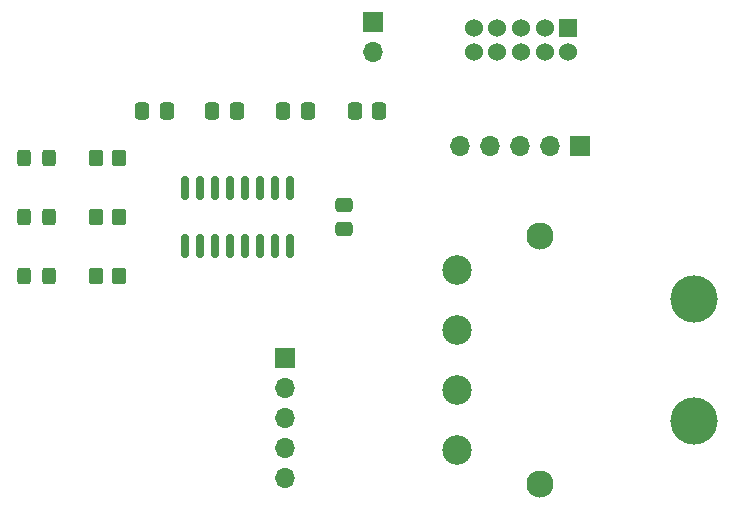
<source format=gts>
G04 #@! TF.GenerationSoftware,KiCad,Pcbnew,(6.0.8)*
G04 #@! TF.CreationDate,2022-10-08T19:14:22-07:00*
G04 #@! TF.ProjectId,opnsense-gps-pps,6f706e73-656e-4736-952d-6770732d7070,rev?*
G04 #@! TF.SameCoordinates,Original*
G04 #@! TF.FileFunction,Soldermask,Top*
G04 #@! TF.FilePolarity,Negative*
%FSLAX46Y46*%
G04 Gerber Fmt 4.6, Leading zero omitted, Abs format (unit mm)*
G04 Created by KiCad (PCBNEW (6.0.8)) date 2022-10-08 19:14:22*
%MOMM*%
%LPD*%
G01*
G04 APERTURE LIST*
G04 Aperture macros list*
%AMRoundRect*
0 Rectangle with rounded corners*
0 $1 Rounding radius*
0 $2 $3 $4 $5 $6 $7 $8 $9 X,Y pos of 4 corners*
0 Add a 4 corners polygon primitive as box body*
4,1,4,$2,$3,$4,$5,$6,$7,$8,$9,$2,$3,0*
0 Add four circle primitives for the rounded corners*
1,1,$1+$1,$2,$3*
1,1,$1+$1,$4,$5*
1,1,$1+$1,$6,$7*
1,1,$1+$1,$8,$9*
0 Add four rect primitives between the rounded corners*
20,1,$1+$1,$2,$3,$4,$5,0*
20,1,$1+$1,$4,$5,$6,$7,0*
20,1,$1+$1,$6,$7,$8,$9,0*
20,1,$1+$1,$8,$9,$2,$3,0*%
G04 Aperture macros list end*
%ADD10C,4.000000*%
%ADD11C,2.300000*%
%ADD12C,2.500000*%
%ADD13RoundRect,0.250000X0.350000X0.450000X-0.350000X0.450000X-0.350000X-0.450000X0.350000X-0.450000X0*%
%ADD14RoundRect,0.150000X-0.150000X0.825000X-0.150000X-0.825000X0.150000X-0.825000X0.150000X0.825000X0*%
%ADD15RoundRect,0.250000X0.337500X0.475000X-0.337500X0.475000X-0.337500X-0.475000X0.337500X-0.475000X0*%
%ADD16R,1.700000X1.700000*%
%ADD17O,1.700000X1.700000*%
%ADD18RoundRect,0.250000X-0.325000X-0.450000X0.325000X-0.450000X0.325000X0.450000X-0.325000X0.450000X0*%
%ADD19R,1.524003X1.524003*%
%ADD20C,1.524003*%
%ADD21RoundRect,0.250000X-0.337500X-0.475000X0.337500X-0.475000X0.337500X0.475000X-0.337500X0.475000X0*%
%ADD22RoundRect,0.250000X-0.475000X0.337500X-0.475000X-0.337500X0.475000X-0.337500X0.475000X0.337500X0*%
G04 APERTURE END LIST*
D10*
X123625000Y-80275000D03*
D11*
X110625000Y-64625000D03*
X110625000Y-85625000D03*
D10*
X123625000Y-69975000D03*
D12*
X103625000Y-67505000D03*
X103625000Y-72585000D03*
X103625000Y-77665000D03*
X103625000Y-82745000D03*
D13*
X75000000Y-63000000D03*
X73000000Y-63000000D03*
D14*
X89445000Y-60525000D03*
X88175000Y-60525000D03*
X86905000Y-60525000D03*
X85635000Y-60525000D03*
X84365000Y-60525000D03*
X83095000Y-60525000D03*
X81825000Y-60525000D03*
X80555000Y-60525000D03*
X80555000Y-65475000D03*
X81825000Y-65475000D03*
X83095000Y-65475000D03*
X84365000Y-65475000D03*
X85635000Y-65475000D03*
X86905000Y-65475000D03*
X88175000Y-65475000D03*
X89445000Y-65475000D03*
D15*
X97000000Y-54000000D03*
X94925000Y-54000000D03*
D13*
X75000000Y-68000000D03*
X73000000Y-68000000D03*
D16*
X96500000Y-46475000D03*
D17*
X96500000Y-49015000D03*
D18*
X66950000Y-63000000D03*
X69000000Y-63000000D03*
X66950000Y-58000000D03*
X69000000Y-58000000D03*
D15*
X84925000Y-54000000D03*
X82850000Y-54000000D03*
D18*
X66950000Y-68000000D03*
X69000000Y-68000000D03*
D15*
X90962500Y-54000000D03*
X88887500Y-54000000D03*
D19*
X113000025Y-47000000D03*
D20*
X113000025Y-49000000D03*
X111000025Y-47000000D03*
X111000025Y-49000000D03*
X109000025Y-47000000D03*
X109000025Y-49000000D03*
X107000025Y-47000000D03*
X107000025Y-49000000D03*
X105000025Y-47000000D03*
X105000025Y-49000000D03*
D16*
X114000000Y-57000000D03*
D17*
X111460000Y-57000000D03*
X108920000Y-57000000D03*
X106380000Y-57000000D03*
X103840000Y-57000000D03*
D16*
X89000000Y-74925000D03*
D17*
X89000000Y-77465000D03*
X89000000Y-80005000D03*
X89000000Y-82545000D03*
X89000000Y-85085000D03*
D21*
X76925000Y-54000000D03*
X79000000Y-54000000D03*
D13*
X75000000Y-58000000D03*
X73000000Y-58000000D03*
D22*
X94000000Y-61962500D03*
X94000000Y-64037500D03*
M02*

</source>
